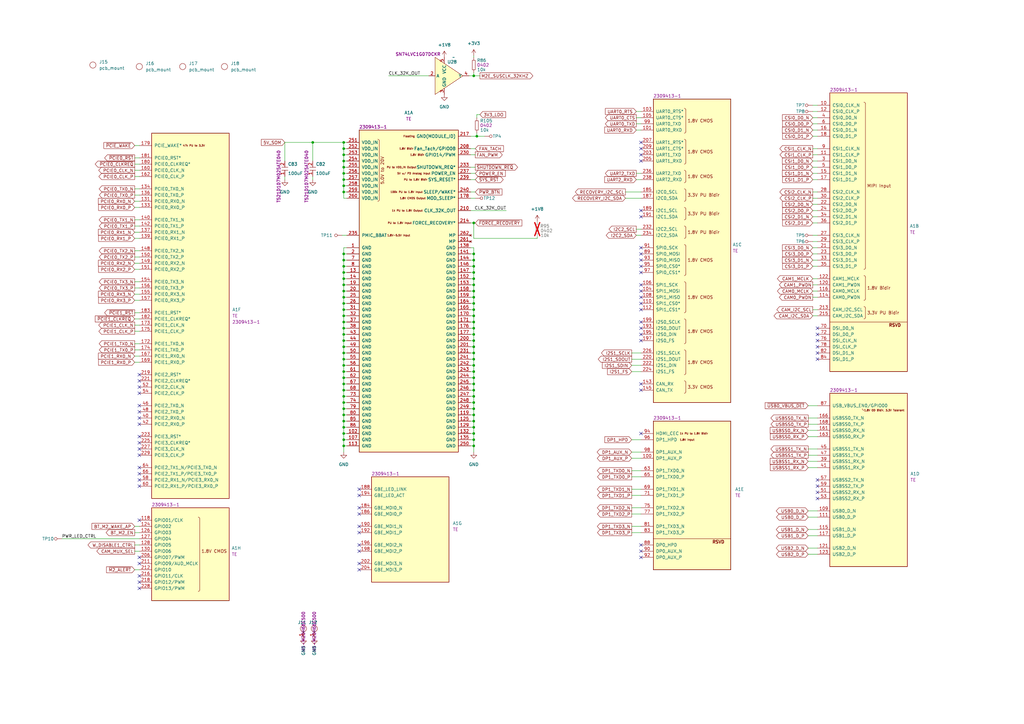
<source format=kicad_sch>
(kicad_sch (version 20230121) (generator eeschema)
  (paper "A3")
  (junction (at 128.27 58.42))
  (junction (at 194.31 109.22))
  (junction (at 140.97 63.5))
  (junction (at 194.31 147.32))
  (junction (at 194.31 170.18))
  (junction (at 140.97 109.22))
  (junction (at 140.97 154.94))
  (junction (at 140.97 152.4))
  (junction (at 194.31 132.08))
  (junction (at 140.97 68.58))
  (junction (at 140.97 177.8))
  (junction (at 140.97 172.72))
  (junction (at 194.31 127))
  (junction (at 140.97 104.14))
  (junction (at 140.97 182.88))
  (junction (at 194.31 149.86))
  (junction (at 140.97 149.86))
  (junction (at 140.97 121.92))
  (junction (at 195.58 55.88))
  (junction (at 140.97 170.18))
  (junction (at 140.97 78.74))
  (junction (at 194.31 165.1))
  (junction (at 140.97 160.02))
  (junction (at 194.31 142.24))
  (junction (at 140.97 165.1))
  (junction (at 140.97 147.32))
  (junction (at 140.97 124.46))
  (junction (at 194.31 104.14))
  (junction (at 140.97 157.48))
  (junction (at 194.31 139.7))
  (junction (at 140.97 162.56))
  (junction (at 140.97 114.3))
  (junction (at 194.31 152.4))
  (junction (at 194.31 157.48))
  (junction (at 194.31 160.02))
  (junction (at 140.97 106.68))
  (junction (at 140.97 139.7))
  (junction (at 140.97 60.96))
  (junction (at 194.31 106.68))
  (junction (at 140.97 127))
  (junction (at 194.31 137.16))
  (junction (at 194.31 114.3))
  (junction (at 194.31 182.88))
  (junction (at 194.31 124.46))
  (junction (at 194.31 119.38))
  (junction (at 140.97 76.2))
  (junction (at 140.97 111.76))
  (junction (at 194.31 91.44))
  (junction (at 194.31 154.94))
  (junction (at 194.31 31.115))
  (junction (at 140.97 142.24))
  (junction (at 140.97 66.04))
  (junction (at 194.31 144.78))
  (junction (at 194.31 134.62))
  (junction (at 140.97 58.42))
  (junction (at 140.97 132.08))
  (junction (at 140.97 144.78))
  (junction (at 140.97 119.38))
  (junction (at 140.97 137.16))
  (junction (at 194.31 167.64))
  (junction (at 194.31 177.8))
  (junction (at 140.97 116.84))
  (junction (at 140.97 167.64))
  (junction (at 140.97 73.66))
  (junction (at 140.97 134.62))
  (junction (at 140.97 129.54))
  (junction (at 194.31 111.76))
  (junction (at 140.97 180.34))
  (junction (at 194.31 180.34))
  (junction (at 194.31 116.84))
  (junction (at 194.31 121.92))
  (junction (at 194.31 175.26))
  (junction (at 140.97 71.12))
  (junction (at 194.31 172.72))
  (junction (at 194.31 162.56))
  (junction (at 194.31 129.54))
  (junction (at 140.97 175.26))
  (no_connect (at 57.15 194.31))
  (no_connect (at 262.89 60.96))
  (no_connect (at 57.15 228.6))
  (no_connect (at 57.15 153.67))
  (no_connect (at 335.28 147.32))
  (no_connect (at 57.15 156.21))
  (no_connect (at 262.89 109.22))
  (no_connect (at 57.15 166.37))
  (no_connect (at 262.89 134.62))
  (no_connect (at 57.15 186.69))
  (no_connect (at 57.15 171.45))
  (no_connect (at 262.89 86.36))
  (no_connect (at 57.15 161.29))
  (no_connect (at 335.28 142.24))
  (no_connect (at 147.32 218.44))
  (no_connect (at 262.89 119.38))
  (no_connect (at 335.28 199.39))
  (no_connect (at 262.89 160.02))
  (no_connect (at 335.28 196.85))
  (no_connect (at 57.15 213.36))
  (no_connect (at 147.32 233.68))
  (no_connect (at 57.15 191.77))
  (no_connect (at 262.89 58.42))
  (no_connect (at 57.15 241.3))
  (no_connect (at 57.15 231.14))
  (no_connect (at 147.32 223.52))
  (no_connect (at 57.15 173.99))
  (no_connect (at 335.28 204.47))
  (no_connect (at 335.28 134.62))
  (no_connect (at 147.32 203.2))
  (no_connect (at 262.89 101.6))
  (no_connect (at 57.15 179.07))
  (no_connect (at 147.32 226.06))
  (no_connect (at 147.32 215.9))
  (no_connect (at 57.15 199.39))
  (no_connect (at 147.32 210.82))
  (no_connect (at 262.89 177.8))
  (no_connect (at 262.89 121.92))
  (no_connect (at 262.89 124.46))
  (no_connect (at 147.32 231.14))
  (no_connect (at 262.89 127))
  (no_connect (at 57.15 236.22))
  (no_connect (at 147.32 208.28))
  (no_connect (at 57.15 196.85))
  (no_connect (at 57.15 238.76))
  (no_connect (at 262.89 132.08))
  (no_connect (at 57.15 184.15))
  (no_connect (at 57.15 181.61))
  (no_connect (at 335.28 139.7))
  (no_connect (at 262.89 139.7))
  (no_connect (at 262.89 88.9))
  (no_connect (at 147.32 200.66))
  (no_connect (at 262.89 157.48))
  (no_connect (at 57.15 158.75))
  (no_connect (at 262.89 116.84))
  (no_connect (at 262.89 228.6))
  (no_connect (at 262.89 226.06))
  (no_connect (at 335.28 137.16))
  (no_connect (at 262.89 66.04))
  (no_connect (at 262.89 137.16))
  (no_connect (at 335.28 201.93))
  (no_connect (at 262.89 111.76))
  (no_connect (at 262.89 223.52))
  (no_connect (at 262.89 106.68))
  (no_connect (at 57.15 168.91))
  (no_connect (at 262.89 104.14))
  (no_connect (at 262.89 63.5))
  (no_connect (at 335.28 144.78))
  (wire (pts (xy 193.04 180.34) (xy 194.31 180.34)))
  (wire (pts (xy 140.97 71.12) (xy 142.24 71.12)))
  (wire (pts (xy 140.97 165.1) (xy 140.97 167.64)))
  (wire (pts (xy 331.47 189.23) (xy 335.28 189.23)))
  (wire (pts (xy 193.04 182.88) (xy 194.31 182.88)))
  (wire (pts (xy 260.985 71.12) (xy 262.89 71.12)))
  (wire (pts (xy 194.31 109.22) (xy 193.04 109.22)))
  (wire (pts (xy 116.84 72.39) (xy 116.84 73.66)))
  (wire (pts (xy 142.24 139.7) (xy 140.97 139.7)))
  (wire (pts (xy 194.31 149.86) (xy 193.04 149.86)))
  (wire (pts (xy 55.245 146.05) (xy 57.15 146.05)))
  (wire (pts (xy 140.97 124.46) (xy 142.24 124.46)))
  (wire (pts (xy 194.31 177.8) (xy 194.31 175.26)))
  (wire (pts (xy 195.58 54.61) (xy 195.58 55.88)))
  (wire (pts (xy 128.27 58.42) (xy 128.27 66.04)))
  (wire (pts (xy 140.97 109.22) (xy 140.97 111.76)))
  (wire (pts (xy 194.31 170.18) (xy 194.31 172.72)))
  (wire (pts (xy 142.24 81.28) (xy 140.97 81.28)))
  (wire (pts (xy 55.245 123.19) (xy 57.15 123.19)))
  (wire (pts (xy 194.31 134.62) (xy 193.04 134.62)))
  (wire (pts (xy 333.375 121.92) (xy 335.28 121.92)))
  (wire (pts (xy 140.97 149.86) (xy 142.24 149.86)))
  (wire (pts (xy 142.24 147.32) (xy 140.97 147.32)))
  (wire (pts (xy 331.47 212.09) (xy 335.28 212.09)))
  (wire (pts (xy 55.245 92.71) (xy 57.15 92.71)))
  (wire (pts (xy 260.985 53.34) (xy 262.89 53.34)))
  (wire (pts (xy 140.97 139.7) (xy 140.97 142.24)))
  (wire (pts (xy 193.04 91.44) (xy 194.31 91.44)))
  (wire (pts (xy 194.31 182.88) (xy 194.31 180.34)))
  (wire (pts (xy 55.245 85.09) (xy 57.15 85.09)))
  (wire (pts (xy 140.97 124.46) (xy 140.97 127)))
  (wire (pts (xy 259.08 185.42) (xy 262.89 185.42)))
  (wire (pts (xy 194.31 119.38) (xy 194.31 121.92)))
  (wire (pts (xy 194.31 116.84) (xy 194.31 114.3)))
  (wire (pts (xy 142.24 76.2) (xy 140.97 76.2)))
  (wire (pts (xy 195.58 46.99) (xy 196.85 46.99)))
  (wire (pts (xy 259.08 215.9) (xy 262.89 215.9)))
  (wire (pts (xy 140.97 182.88) (xy 140.97 185.42)))
  (wire (pts (xy 193.04 142.24) (xy 194.31 142.24)))
  (wire (pts (xy 194.31 22.86) (xy 194.31 23.495)))
  (wire (pts (xy 142.24 157.48) (xy 140.97 157.48)))
  (wire (pts (xy 260.985 45.72) (xy 262.89 45.72)))
  (wire (pts (xy 194.31 97.79) (xy 220.345 97.79)))
  (wire (pts (xy 142.24 172.72) (xy 140.97 172.72)))
  (wire (pts (xy 55.245 120.65) (xy 57.15 120.65)))
  (wire (pts (xy 194.31 165.1) (xy 194.31 167.64)))
  (wire (pts (xy 194.31 109.22) (xy 194.31 111.76)))
  (wire (pts (xy 194.31 101.6) (xy 194.31 104.14)))
  (wire (pts (xy 194.31 152.4) (xy 194.31 154.94)))
  (wire (pts (xy 140.97 101.6) (xy 140.97 104.14)))
  (wire (pts (xy 194.945 81.28) (xy 193.04 81.28)))
  (wire (pts (xy 142.24 73.66) (xy 140.97 73.66)))
  (wire (pts (xy 194.31 180.34) (xy 194.31 177.8)))
  (wire (pts (xy 193.04 73.66) (xy 194.945 73.66)))
  (wire (pts (xy 194.31 124.46) (xy 193.04 124.46)))
  (wire (pts (xy 55.245 233.68) (xy 57.15 233.68)))
  (wire (pts (xy 140.97 66.04) (xy 140.97 63.5)))
  (wire (pts (xy 140.97 73.66) (xy 140.97 76.2)))
  (wire (pts (xy 194.31 154.94) (xy 193.04 154.94)))
  (wire (pts (xy 194.31 91.44) (xy 194.945 91.44)))
  (wire (pts (xy 194.31 182.88) (xy 194.31 185.42)))
  (wire (pts (xy 259.08 210.82) (xy 262.89 210.82)))
  (wire (pts (xy 140.97 111.76) (xy 140.97 114.3)))
  (wire (pts (xy 259.08 180.34) (xy 262.89 180.34)))
  (wire (pts (xy 140.97 63.5) (xy 142.24 63.5)))
  (wire (pts (xy 140.97 104.14) (xy 140.97 106.68)))
  (wire (pts (xy 333.375 73.66) (xy 335.28 73.66)))
  (wire (pts (xy 140.97 144.78) (xy 140.97 147.32)))
  (wire (pts (xy 333.375 71.12) (xy 335.28 71.12)))
  (wire (pts (xy 333.375 88.9) (xy 335.28 88.9)))
  (wire (pts (xy 194.31 29.845) (xy 194.31 31.115)))
  (wire (pts (xy 193.04 162.56) (xy 194.31 162.56)))
  (wire (pts (xy 140.97 157.48) (xy 140.97 154.94)))
  (wire (pts (xy 55.245 82.55) (xy 57.15 82.55)))
  (wire (pts (xy 140.97 132.08) (xy 140.97 134.62)))
  (wire (pts (xy 25.4 220.98) (xy 57.15 220.98)))
  (wire (pts (xy 193.04 160.02) (xy 194.31 160.02)))
  (wire (pts (xy 331.47 191.77) (xy 335.28 191.77)))
  (wire (pts (xy 333.375 45.72) (xy 335.28 45.72)))
  (wire (pts (xy 140.97 109.22) (xy 142.24 109.22)))
  (wire (pts (xy 55.245 72.39) (xy 57.15 72.39)))
  (wire (pts (xy 259.08 152.4) (xy 262.89 152.4)))
  (wire (pts (xy 55.245 95.25) (xy 57.15 95.25)))
  (wire (pts (xy 55.245 215.9) (xy 57.15 215.9)))
  (wire (pts (xy 140.97 167.64) (xy 140.97 170.18)))
  (wire (pts (xy 140.97 68.58) (xy 140.97 71.12)))
  (wire (pts (xy 194.31 149.86) (xy 194.31 152.4)))
  (wire (pts (xy 193.04 139.7) (xy 194.31 139.7)))
  (wire (pts (xy 140.97 152.4) (xy 140.97 154.94)))
  (wire (pts (xy 140.97 121.92) (xy 140.97 124.46)))
  (wire (pts (xy 193.04 101.6) (xy 194.31 101.6)))
  (wire (pts (xy 193.04 152.4) (xy 194.31 152.4)))
  (wire (pts (xy 142.24 160.02) (xy 140.97 160.02)))
  (wire (pts (xy 194.31 147.32) (xy 194.31 149.86)))
  (wire (pts (xy 175.895 31.115) (xy 159.385 31.115)))
  (wire (pts (xy 55.245 140.97) (xy 57.15 140.97)))
  (wire (pts (xy 140.97 58.42) (xy 142.24 58.42)))
  (wire (pts (xy 140.97 73.66) (xy 140.97 71.12)))
  (wire (pts (xy 195.58 55.88) (xy 198.755 55.88)))
  (wire (pts (xy 55.245 223.52) (xy 57.15 223.52)))
  (wire (pts (xy 333.375 66.04) (xy 335.28 66.04)))
  (wire (pts (xy 194.31 119.38) (xy 194.31 116.84)))
  (wire (pts (xy 194.31 104.14) (xy 193.04 104.14)))
  (wire (pts (xy 333.375 53.34) (xy 335.28 53.34)))
  (wire (pts (xy 128.27 58.42) (xy 140.97 58.42)))
  (wire (pts (xy 140.97 127) (xy 140.97 129.54)))
  (wire (pts (xy 140.97 134.62) (xy 142.24 134.62)))
  (wire (pts (xy 331.47 171.45) (xy 335.28 171.45)))
  (wire (pts (xy 142.24 142.24) (xy 140.97 142.24)))
  (wire (pts (xy 333.375 119.38) (xy 335.28 119.38)))
  (wire (pts (xy 193.04 172.72) (xy 194.31 172.72)))
  (wire (pts (xy 193.04 111.76) (xy 194.31 111.76)))
  (wire (pts (xy 193.04 177.8) (xy 194.31 177.8)))
  (wire (pts (xy 55.245 69.85) (xy 57.15 69.85)))
  (wire (pts (xy 55.245 80.01) (xy 57.15 80.01)))
  (wire (pts (xy 142.24 111.76) (xy 140.97 111.76)))
  (wire (pts (xy 333.375 68.58) (xy 335.28 68.58)))
  (wire (pts (xy 333.375 43.18) (xy 335.28 43.18)))
  (wire (pts (xy 55.245 118.11) (xy 57.15 118.11)))
  (wire (pts (xy 333.375 83.82) (xy 335.28 83.82)))
  (wire (pts (xy 333.375 86.36) (xy 335.28 86.36)))
  (wire (pts (xy 194.31 31.115) (xy 196.85 31.115)))
  (wire (pts (xy 331.47 224.79) (xy 335.28 224.79)))
  (wire (pts (xy 55.245 148.59) (xy 57.15 148.59)))
  (wire (pts (xy 142.24 180.34) (xy 140.97 180.34)))
  (wire (pts (xy 194.31 165.1) (xy 193.04 165.1)))
  (wire (pts (xy 140.97 160.02) (xy 140.97 162.56)))
  (wire (pts (xy 116.84 66.04) (xy 116.84 58.42)))
  (wire (pts (xy 55.245 130.81) (xy 57.15 130.81)))
  (wire (pts (xy 194.31 139.7) (xy 194.31 137.16)))
  (wire (pts (xy 140.97 137.16) (xy 140.97 134.62)))
  (wire (pts (xy 194.31 124.46) (xy 194.31 127)))
  (wire (pts (xy 194.31 144.78) (xy 193.04 144.78)))
  (wire (pts (xy 142.24 66.04) (xy 140.97 66.04)))
  (wire (pts (xy 331.47 179.07) (xy 335.28 179.07)))
  (wire (pts (xy 55.245 135.89) (xy 57.15 135.89)))
  (wire (pts (xy 142.24 167.64) (xy 140.97 167.64)))
  (wire (pts (xy 140.97 172.72) (xy 140.97 175.26)))
  (wire (pts (xy 128.27 73.66) (xy 128.27 72.39)))
  (wire (pts (xy 260.985 48.26) (xy 262.89 48.26)))
  (wire (pts (xy 259.08 144.78) (xy 262.89 144.78)))
  (wire (pts (xy 193.04 71.12) (xy 194.945 71.12)))
  (wire (pts (xy 140.97 175.26) (xy 142.24 175.26)))
  (wire (pts (xy 333.375 91.44) (xy 335.28 91.44)))
  (wire (pts (xy 194.31 104.14) (xy 194.31 106.68)))
  (wire (pts (xy 194.31 106.68) (xy 194.31 109.22)))
  (wire (pts (xy 195.58 48.26) (xy 195.58 46.99)))
  (wire (pts (xy 140.97 129.54) (xy 140.97 132.08)))
  (wire (pts (xy 194.31 144.78) (xy 194.31 147.32)))
  (wire (pts (xy 140.335 96.52) (xy 142.24 96.52)))
  (wire (pts (xy 142.24 137.16) (xy 140.97 137.16)))
  (wire (pts (xy 55.245 218.44) (xy 57.15 218.44)))
  (wire (pts (xy 259.08 200.66) (xy 262.89 200.66)))
  (wire (pts (xy 140.97 182.88) (xy 140.97 180.34)))
  (wire (pts (xy 333.375 48.26) (xy 335.28 48.26)))
  (wire (pts (xy 333.375 106.68) (xy 335.28 106.68)))
  (wire (pts (xy 55.245 128.27) (xy 57.15 128.27)))
  (wire (pts (xy 140.97 144.78) (xy 142.24 144.78)))
  (wire (pts (xy 193.04 137.16) (xy 194.31 137.16)))
  (wire (pts (xy 193.04 132.08) (xy 194.31 132.08)))
  (wire (pts (xy 260.985 96.52) (xy 262.89 96.52)))
  (wire (pts (xy 220.345 97.79) (xy 220.345 97.155)))
  (wire (pts (xy 140.97 104.14) (xy 142.24 104.14)))
  (wire (pts (xy 194.31 157.48) (xy 194.31 154.94)))
  (wire (pts (xy 333.375 55.88) (xy 335.28 55.88)))
  (wire (pts (xy 194.31 160.02) (xy 194.31 162.56)))
  (wire (pts (xy 193.04 116.84) (xy 194.31 116.84)))
  (wire (pts (xy 331.47 176.53) (xy 335.28 176.53)))
  (wire (pts (xy 140.97 180.34) (xy 140.97 177.8)))
  (wire (pts (xy 260.985 93.98) (xy 262.89 93.98)))
  (wire (pts (xy 55.245 143.51) (xy 57.15 143.51)))
  (wire (pts (xy 55.245 115.57) (xy 57.15 115.57)))
  (wire (pts (xy 194.31 175.26) (xy 193.04 175.26)))
  (wire (pts (xy 333.375 116.84) (xy 335.28 116.84)))
  (wire (pts (xy 142.24 121.92) (xy 140.97 121.92)))
  (wire (pts (xy 55.245 64.77) (xy 57.15 64.77)))
  (wire (pts (xy 194.31 127) (xy 194.31 129.54)))
  (wire (pts (xy 333.375 114.3) (xy 335.28 114.3)))
  (wire (pts (xy 140.97 106.68) (xy 140.97 109.22)))
  (wire (pts (xy 55.245 226.06) (xy 57.15 226.06)))
  (wire (pts (xy 140.97 78.74) (xy 142.24 78.74)))
  (wire (pts (xy 140.97 81.28) (xy 140.97 78.74)))
  (wire (pts (xy 333.375 109.22) (xy 335.28 109.22)))
  (wire (pts (xy 194.31 172.72) (xy 194.31 175.26)))
  (wire (pts (xy 194.31 132.08) (xy 194.31 134.62)))
  (wire (pts (xy 140.97 147.32) (xy 140.97 149.86)))
  (wire (pts (xy 194.31 114.3) (xy 193.04 114.3)))
  (wire (pts (xy 140.97 129.54) (xy 142.24 129.54)))
  (wire (pts (xy 194.31 167.64) (xy 194.31 170.18)))
  (wire (pts (xy 193.04 78.74) (xy 194.945 78.74)))
  (wire (pts (xy 193.04 55.88) (xy 195.58 55.88)))
  (wire (pts (xy 140.97 76.2) (xy 140.97 78.74)))
  (wire (pts (xy 140.97 60.96) (xy 140.97 63.5)))
  (wire (pts (xy 194.31 129.54) (xy 193.04 129.54)))
  (wire (pts (xy 55.245 90.17) (xy 57.15 90.17)))
  (wire (pts (xy 193.04 121.92) (xy 194.31 121.92)))
  (wire (pts (xy 194.31 137.16) (xy 194.31 134.62)))
  (wire (pts (xy 331.47 184.15) (xy 335.28 184.15)))
  (wire (pts (xy 333.375 99.06) (xy 335.28 99.06)))
  (wire (pts (xy 194.31 170.18) (xy 193.04 170.18)))
  (wire (pts (xy 142.24 60.96) (xy 140.97 60.96)))
  (wire (pts (xy 140.97 119.38) (xy 140.97 121.92)))
  (wire (pts (xy 194.31 111.76) (xy 194.31 114.3)))
  (wire (pts (xy 260.985 73.66) (xy 262.89 73.66)))
  (wire (pts (xy 140.97 142.24) (xy 140.97 144.78)))
  (wire (pts (xy 193.04 147.32) (xy 194.31 147.32)))
  (wire (pts (xy 331.47 186.69) (xy 335.28 186.69)))
  (wire (pts (xy 116.84 58.42) (xy 128.27 58.42)))
  (wire (pts (xy 55.245 102.87) (xy 57.15 102.87)))
  (wire (pts (xy 260.985 50.8) (xy 262.89 50.8)))
  (wire (pts (xy 194.31 121.92) (xy 194.31 124.46)))
  (wire (pts (xy 55.245 77.47) (xy 57.15 77.47)))
  (wire (pts (xy 142.24 116.84) (xy 140.97 116.84)))
  (wire (pts (xy 142.24 119.38) (xy 140.97 119.38)))
  (wire (pts (xy 140.97 58.42) (xy 140.97 60.96)))
  (wire (pts (xy 140.97 165.1) (xy 142.24 165.1)))
  (wire (pts (xy 333.375 60.96) (xy 335.28 60.96)))
  (wire (pts (xy 256.54 81.28) (xy 262.89 81.28)))
  (wire (pts (xy 259.08 218.44) (xy 262.89 218.44)))
  (wire (pts (xy 259.08 195.58) (xy 262.89 195.58)))
  (wire (pts (xy 333.375 96.52) (xy 335.28 96.52)))
  (wire (pts (xy 193.04 68.58) (xy 194.945 68.58)))
  (wire (pts (xy 193.04 119.38) (xy 194.31 119.38)))
  (wire (pts (xy 193.04 127) (xy 194.31 127)))
  (wire (pts (xy 140.97 170.18) (xy 142.24 170.18)))
  (wire (pts (xy 140.97 149.86) (xy 140.97 152.4)))
  (wire (pts (xy 333.375 101.6) (xy 335.28 101.6)))
  (wire (pts (xy 142.24 177.8) (xy 140.97 177.8)))
  (wire (pts (xy 140.97 177.8) (xy 140.97 175.26)))
  (wire (pts (xy 194.31 162.56) (xy 194.31 165.1)))
  (wire (pts (xy 55.245 97.79) (xy 57.15 97.79)))
  (wire (pts (xy 331.47 173.99) (xy 335.28 173.99)))
  (wire (pts (xy 142.24 101.6) (xy 140.97 101.6)))
  (wire (pts (xy 331.47 219.71) (xy 335.28 219.71)))
  (wire (pts (xy 142.24 162.56) (xy 140.97 162.56)))
  (wire (pts (xy 333.375 81.28) (xy 335.28 81.28)))
  (wire (pts (xy 55.245 107.95) (xy 57.15 107.95)))
  (wire (pts (xy 333.375 127) (xy 335.28 127)))
  (wire (pts (xy 259.08 149.86) (xy 262.89 149.86)))
  (wire (pts (xy 193.04 167.64) (xy 194.31 167.64)))
  (wire (pts (xy 194.31 142.24) (xy 194.31 144.78)))
  (wire (pts (xy 333.375 50.8) (xy 335.28 50.8)))
  (wire (pts (xy 140.97 170.18) (xy 140.97 172.72)))
  (wire (pts (xy 140.97 114.3) (xy 142.24 114.3)))
  (wire (pts (xy 259.08 203.2) (xy 262.89 203.2)))
  (wire (pts (xy 55.245 59.69) (xy 57.15 59.69)))
  (wire (pts (xy 55.245 133.35) (xy 57.15 133.35)))
  (wire (pts (xy 55.245 105.41) (xy 57.15 105.41)))
  (wire (pts (xy 333.375 78.74) (xy 335.28 78.74)))
  (wire (pts (xy 142.24 182.88) (xy 140.97 182.88)))
  (wire (pts (xy 55.245 67.31) (xy 57.15 67.31)))
  (wire (pts (xy 193.04 60.96) (xy 194.945 60.96)))
  (wire (pts (xy 194.31 139.7) (xy 194.31 142.24)))
  (wire (pts (xy 256.54 78.74) (xy 262.89 78.74)))
  (wire (pts (xy 142.24 132.08) (xy 140.97 132.08)))
  (wire (pts (xy 193.04 86.36) (xy 207.645 86.36)))
  (wire (pts (xy 193.04 63.5) (xy 194.945 63.5)))
  (wire (pts (xy 140.97 119.38) (xy 140.97 116.84)))
  (wire (pts (xy 142.24 127) (xy 140.97 127)))
  (wire (pts (xy 331.47 217.17) (xy 335.28 217.17)))
  (wire (pts (xy 259.08 187.96) (xy 262.89 187.96)))
  (wire (pts (xy 142.24 106.68) (xy 140.97 106.68)))
  (wire (pts (xy 140.97 162.56) (xy 140.97 165.1)))
  (wire (pts (xy 259.08 193.04) (xy 262.89 193.04)))
  (wire (pts (xy 140.97 116.84) (xy 140.97 114.3)))
  (wire (pts (xy 142.24 68.58) (xy 140.97 68.58)))
  (wire (pts (xy 193.04 157.48) (xy 194.31 157.48)))
  (wire (pts (xy 259.08 147.32) (xy 262.89 147.32)))
  (wire (pts (xy 194.31 129.54) (xy 194.31 132.08)))
  (wire (pts (xy 140.97 66.04) (xy 140.97 68.58)))
  (wire (pts (xy 331.47 227.33) (xy 335.28 227.33)))
  (wire (pts (xy 331.47 209.55) (xy 335.28 209.55)))
  (wire (pts (xy 333.375 129.54) (xy 335.28 129.54)))
  (wire (pts (xy 193.04 106.68) (xy 194.31 106.68)))
  (wire (pts (xy 192.405 31.115) (xy 194.31 31.115)))
  (wire (pts (xy 194.31 160.02) (xy 194.31 157.48)))
  (wire (pts (xy 194.31 91.44) (xy 194.31 97.79)))
  (wire (pts (xy 55.245 110.49) (xy 57.15 110.49)))
  (wire (pts (xy 140.97 139.7) (xy 140.97 137.16)))
  (wire (pts (xy 140.97 154.94) (xy 142.24 154.94)))
  (wire (pts (xy 140.97 160.02) (xy 140.97 157.48)))
  (wire (pts (xy 142.24 152.4) (xy 140.97 152.4)))
  (wire (pts (xy 259.08 208.28) (xy 262.89 208.28)))
  (wire (pts (xy 333.375 104.14) (xy 335.28 104.14)))
  (wire (pts (xy 333.375 63.5) (xy 335.28 63.5)))
  (wire (pts (xy 331.47 166.37) (xy 335.28 166.37)))
  (label "CLK_32K_OUT" (at 159.385 31.115 0))
  (label "PWR_LED_CTRL" (at 25.4 220.98 0))
  (label "CLK_32K_OUT" (at 207.645 86.36 180))
  (global_label "PCIE0_TX1_P" (shape output) (at 55.245 92.71 180) (property "Intersheetrefs" "${INTERSHEET_REFS}" (at 40.1647 92.71 0) (effects (justify right))))
  (global_label "CSI2_D1_N" (shape input) (at 333.375 88.9 180) (property "Intersheetrefs" "${INTERSHEET_REFS}" (at 320.3508 88.9 0) (effects (justify right))))
  (global_label "USB2_D_P" (shape bidirectional) (at 331.47 227.33 180) (property "Intersheetrefs" "${INTERSHEET_REFS}" (at 317.8788 227.33 0) (effects (justify right))))
  (global_label "I2S1_FS" (shape input) (at 259.08 152.4 180) (property "Intersheetrefs" "${INTERSHEET_REFS}" (at 248.5958 152.4 0) (effects (justify right))))
  (global_label "~{SHUTDOWN_REQ}" (shape output) (at 194.945 68.58 0) (property "Intersheetrefs" "${INTERSHEET_REFS}" (at 212.8678 68.58 0) (effects (justify left))))
  (global_label "CSI0_D0_N" (shape input) (at 333.375 48.26 180) (property "Intersheetrefs" "${INTERSHEET_REFS}" (at 320.4302 48.26 0) (effects (justify right))))
  (global_label "CSI2_D0_N" (shape input) (at 333.375 83.82 180) (property "Intersheetrefs" "${INTERSHEET_REFS}" (at 320.3508 83.82 0) (effects (justify right))))
  (global_label "5V_SOM" (shape input) (at 116.84 58.42 180) (property "Intersheetrefs" "${INTERSHEET_REFS}" (at 106.5977 58.42 0) (effects (justify right))))
  (global_label "USB0_D_P" (shape bidirectional) (at 331.47 212.09 180) (property "Intersheetrefs" "${INTERSHEET_REFS}" (at 317.8788 212.09 0) (effects (justify right))))
  (global_label "I2S1_SDIN" (shape input) (at 259.08 149.86 180) (property "Intersheetrefs" "${INTERSHEET_REFS}" (at 246.4791 149.86 0) (effects (justify right))))
  (global_label "I2C2_SDA" (shape bidirectional) (at 260.985 96.52 180) (property "Intersheetrefs" "${INTERSHEET_REFS}" (at 248.059 96.52 0) (effects (justify right))))
  (global_label "USBSS1_TX_N" (shape output) (at 331.47 184.15 180) (property "Intersheetrefs" "${INTERSHEET_REFS}" (at 315.6035 184.15 0) (effects (justify right))))
  (global_label "CSI1_D0_N" (shape input) (at 333.375 66.04 180) (property "Intersheetrefs" "${INTERSHEET_REFS}" (at 320.3508 66.04 0) (effects (justify right))))
  (global_label "USB1_D_P" (shape bidirectional) (at 331.47 219.71 180) (property "Intersheetrefs" "${INTERSHEET_REFS}" (at 317.8788 219.71 0) (effects (justify right))))
  (global_label "RECOVERY_I2C_SDA" (shape bidirectional) (at 256.54 81.28 180) (property "Intersheetrefs" "${INTERSHEET_REFS}" (at 234.2402 81.28 0) (effects (justify right))))
  (global_label "PCIE0_RX0_N" (shape input) (at 55.245 82.55 180) (property "Intersheetrefs" "${INTERSHEET_REFS}" (at 39.8018 82.55 0) (effects (justify right))))
  (global_label "UART0_RXD" (shape input) (at 260.985 53.34 180) (property "Intersheetrefs" "${INTERSHEET_REFS}" (at 247.4165 53.34 0) (effects (justify right))))
  (global_label "CSI1_CLK_N" (shape output) (at 333.375 60.96 180) (property "Intersheetrefs" "${INTERSHEET_REFS}" (at 319.2622 60.96 0) (effects (justify right))))
  (global_label "CSI3_D1_N" (shape input) (at 333.375 106.68 180) (property "Intersheetrefs" "${INTERSHEET_REFS}" (at 320.3508 106.68 0) (effects (justify right))))
  (global_label "CSI1_D0_P" (shape input) (at 333.375 68.58 180) (property "Intersheetrefs" "${INTERSHEET_REFS}" (at 320.4113 68.58 0) (effects (justify right))))
  (global_label "CSI2_CLK_N" (shape output) (at 333.375 78.74 180) (property "Intersheetrefs" "${INTERSHEET_REFS}" (at 319.2622 78.74 0) (effects (justify right))))
  (global_label "PCIE0_TX2_P" (shape output) (at 55.245 105.41 180) (property "Intersheetrefs" "${INTERSHEET_REFS}" (at 40.1647 105.41 0) (effects (justify right))))
  (global_label "DP1_AUX_N" (shape bidirectional) (at 259.08 185.42 180) (property "Intersheetrefs" "${INTERSHEET_REFS}" (at 244.3397 185.42 0) (effects (justify right))))
  (global_label "~{FORCE_RECOVERY}" (shape input) (at 194.945 91.44 0) (property "Intersheetrefs" "${INTERSHEET_REFS}" (at 214.6216 91.44 0) (effects (justify left))))
  (global_label "UART2_TXD" (shape output) (at 260.985 71.12 180) (property "Intersheetrefs" "${INTERSHEET_REFS}" (at 247.7189 71.12 0) (effects (justify right))))
  (global_label "PCIE0_RX1_N" (shape input) (at 55.245 95.25 180) (property "Intersheetrefs" "${INTERSHEET_REFS}" (at 39.8018 95.25 0) (effects (justify right))))
  (global_label "CAM_I2C_SDA" (shape bidirectional) (at 333.375 129.54 180) (property "Intersheetrefs" "${INTERSHEET_REFS}" (at 316.8809 129.54 0) (effects (justify right))))
  (global_label "PCIE1_CLK_P" (shape output) (at 55.245 135.89 180) (property "Intersheetrefs" "${INTERSHEET_REFS}" (at 39.9832 135.89 0) (effects (justify right))))
  (global_label "USBSS1_TX_P" (shape output) (at 331.47 186.69 180) (property "Intersheetrefs" "${INTERSHEET_REFS}" (at 315.664 186.69 0) (effects (justify right))))
  (global_label "PCIE0_CLK_N" (shape output) (at 55.245 69.85 180) (property "Intersheetrefs" "${INTERSHEET_REFS}" (at 39.9227 69.85 0) (effects (justify right))))
  (global_label "CSI3_D1_P" (shape input) (at 333.375 109.22 180) (property "Intersheetrefs" "${INTERSHEET_REFS}" (at 320.4113 109.22 0) (effects (justify right))))
  (global_label "DP1_TXD0_P" (shape output) (at 259.08 195.58 180) (property "Intersheetrefs" "${INTERSHEET_REFS}" (at 244.4835 195.58 0) (effects (justify right))))
  (global_label "FAN_PWM" (shape output) (at 194.945 63.5 0) (property "Intersheetrefs" "${INTERSHEET_REFS}" (at 206.5783 63.5 0) (effects (justify left))))
  (global_label "~{M2_ALERT}" (shape input) (at 55.245 233.68 180) (property "Intersheetrefs" "${INTERSHEET_REFS}" (at 43.128 233.68 0) (effects (justify right))))
  (global_label "DP1_TXD1_N" (shape output) (at 259.08 200.66 180) (property "Intersheetrefs" "${INTERSHEET_REFS}" (at 244.423 200.66 0) (effects (justify right))))
  (global_label "CSI3_D0_N" (shape input) (at 333.375 101.6 180) (property "Intersheetrefs" "${INTERSHEET_REFS}" (at 320.3508 101.6 0) (effects (justify right))))
  (global_label "DP1_TXD3_N" (shape output) (at 259.08 215.9 180) (property "Intersheetrefs" "${INTERSHEET_REFS}" (at 244.423 215.9 0) (effects (justify right))))
  (global_label "PCIE0_RX3_P" (shape input) (at 55.245 123.19 180) (property "Intersheetrefs" "${INTERSHEET_REFS}" (at 39.8623 123.19 0) (effects (justify right))))
  (global_label "USBSS0_RX_P" (shape input) (at 331.47 179.07 180) (property "Intersheetrefs" "${INTERSHEET_REFS}" (at 315.3616 179.07 0) (effects (justify right))))
  (global_label "UART2_RXD" (shape input) (at 260.985 73.66 180) (property "Intersheetrefs" "${INTERSHEET_REFS}" (at 247.4165 73.66 0) (effects (justify right))))
  (global_label "CSI0_D1_N" (shape input) (at 333.375 53.34 180) (property "Intersheetrefs" "${INTERSHEET_REFS}" (at 320.4302 53.34 0) (effects (justify right))))
  (global_label "~{PWR_BTN}" (shape input) (at 194.945 78.74 0) (property "Intersheetrefs" "${INTERSHEET_REFS}" (at 206.4573 78.74 0) (effects (justify left))))
  (global_label "I2S1_SDOUT" (shape output) (at 259.08 147.32 180) (property "Intersheetrefs" "${INTERSHEET_REFS}" (at 244.7858 147.32 0) (effects (justify right))))
  (global_label "PCIE0_TX3_N" (shape output) (at 55.245 115.57 180) (property "Intersheetrefs" "${INTERSHEET_REFS}" (at 40.1042 115.57 0) (effects (justify right))))
  (global_label "CAM_I2C_SCL" (shape output) (at 333.375 127 180) (property "Intersheetrefs" "${INTERSHEET_REFS}" (at 318.0527 127 0) (effects (justify right))))
  (global_label "DP1_TXD1_P" (shape output) (at 259.08 203.2 180) (property "Intersheetrefs" "${INTERSHEET_REFS}" (at 244.4835 203.2 0) (effects (justify right))))
  (global_label "CSI2_D1_P" (shape input) (at 333.375 91.44 180) (property "Intersheetrefs" "${INTERSHEET_REFS}" (at 320.4113 91.44 0) (effects (justify right))))
  (global_label "~{PCIE1_CLKREQ}" (shape input) (at 55.245 130.81 180) (property "Intersheetrefs" "${INTERSHEET_REFS}" (at 38.4713 130.81 0) (effects (justify right))))
  (global_label "I2C2_SCL" (shape output) (at 260.985 93.98 180) (property "Intersheetrefs" "${INTERSHEET_REFS}" (at 249.2308 93.98 0) (effects (justify right))))
  (global_label "PCIE0_RX3_N" (shape input) (at 55.245 120.65 180) (property "Intersheetrefs" "${INTERSHEET_REFS}" (at 39.8018 120.65 0) (effects (justify right))))
  (global_label "CSI2_CLK_P" (shape output) (at 333.375 81.28 180) (property "Intersheetrefs" "${INTERSHEET_REFS}" (at 319.3227 81.28 0) (effects (justify right))))
  (global_label "~{PCIE_WAKE}" (shape input) (at 55.245 59.69 180) (property "Intersheetrefs" "${INTERSHEET_REFS}" (at 42.0394 59.69 0) (effects (justify right))))
  (global_label "I2S1_SCLK" (shape output) (at 259.08 144.78 180) (property "Intersheetrefs" "${INTERSHEET_REFS}" (at 246.1163 144.78 0) (effects (justify right))))
  (global_label "PCIE0_TX0_P" (shape output) (at 55.245 80.01 180) (property "Intersheetrefs" "${INTERSHEET_REFS}" (at 40.1647 80.01 0) (effects (justify right))))
  (global_label "DP1_TXD2_P" (shape output) (at 259.08 210.82 180) (property "Intersheetrefs" "${INTERSHEET_REFS}" (at 244.4835 210.82 0) (effects (justify right))))
  (global_label "~{USB0_VBUS_DET}" (shape input) (at 331.47 166.37 180) (property "Intersheetrefs" "${INTERSHEET_REFS}" (at 313.2449 166.37 0) (effects (justify right))))
  (global_label "USB1_D_N" (shape bidirectional) (at 331.47 217.17 180) (property "Intersheetrefs" "${INTERSHEET_REFS}" (at 317.8183 217.17 0) (effects (justify right))))
  (global_label "~{PCIE0_RST}" (shape output) (at 55.245 64.77 180) (property "Intersheetrefs" "${INTERSHEET_REFS}" (at 42.3418 64.77 0) (effects (justify right))))
  (global_label "DP1_AUX_P" (shape bidirectional) (at 259.08 187.96 180) (property "Intersheetrefs" "${INTERSHEET_REFS}" (at 244.4002 187.96 0) (effects (justify right))))
  (global_label "CSI0_D1_P" (shape input) (at 333.375 55.88 180) (property "Intersheetrefs" "${INTERSHEET_REFS}" (at 320.4907 55.88 0) (effects (justify right))))
  (global_label "USBSS1_RX_P" (shape input) (at 331.47 191.77 180) (property "Intersheetrefs" "${INTERSHEET_REFS}" (at 315.3616 191.77 0) (effects (justify right))))
  (global_label "UART0_CTS" (shape output) (at 260.985 48.26 180) (property "Intersheetrefs" "${INTERSHEET_REFS}" (at 247.7189 48.26 0) (effects (justify right))))
  (global_label "CAM0_MCLK" (shape bidirectional) (at 333.375 119.38 180) (property "Intersheetrefs" "${INTERSHEET_REFS}" (at 318.2719 119.38 0) (effects (justify right))))
  (global_label "CSI1_D1_P" (shape input) (at 333.375 73.66 180) (property "Intersheetrefs" "${INTERSHEET_REFS}" (at 320.4113 73.66 0) (effects (justify right))))
  (global_label "~{PCIE0_CLKREQ}" (shape output) (at 55.245 67.31 180) (property "Intersheetrefs" "${INTERSHEET_REFS}" (at 38.4713 67.31 0) (effects (justify right))))
  (global_label "CSI0_D0_P" (shape input) (at 333.375 50.8 180) (property "Intersheetrefs" "${INTERSHEET_REFS}" (at 320.4907 50.8 0) (effects (justify right))))
  (global_label "PCIE1_TX0_N" (shape output) (at 55.245 140.97 180) (property "Intersheetrefs" "${INTERSHEET_REFS}" (at 40.1042 140.97 0) (effects (justify right))))
  (global_label "PCIE0_RX2_N" (shape input) (at 55.245 107.95 180) (property "Intersheetrefs" "${INTERSHEET_REFS}" (at 39.8018 107.95 0) (effects (justify right))))
  (global_label "UART0_RTS" (shape input) (at 260.985 45.72 180) (property "Intersheetrefs" "${INTERSHEET_REFS}" (at 247.7189 45.72 0) (effects (justify right))))
  (global_label "3V3_LDO" (shape input) (at 196.85 46.99 0) (property "Intersheetrefs" "${INTERSHEET_REFS}" (at 207.939 46.99 0) (effects (justify left))))
  (global_label "USB2_D_N" (shape bidirectional) (at 331.47 224.79 180) (property "Intersheetrefs" "${INTERSHEET_REFS}" (at 317.8183 224.79 0) (effects (justify right))))
  (global_label "DP1_TXD0_N" (shape output) (at 259.08 193.04 180) (property "Intersheetrefs" "${INTERSHEET_REFS}" (at 244.423 193.04 0) (effects (justify right))))
  (global_label "UART0_TXD" (shape output) (at 260.985 50.8 180) (property "Intersheetrefs" "${INTERSHEET_REFS}" (at 247.7189 50.8 0) (effects (justify right))))
  (global_label "PCIE0_CLK_P" (shape output) (at 55.245 72.39 180) (property "Intersheetrefs" "${INTERSHEET_REFS}" (at 39.9832 72.39 0) (effects (justify right))))
  (global_label "PCIE0_TX0_N" (shape output) (at 55.245 77.47 180) (property "Intersheetrefs" "${INTERSHEET_REFS}" (at 40.1042 77.47 0) (effects (justify right))))
  (global_label "PCIE0_TX1_N" (shape output) (at 55.245 90.17 180) (property "Intersheetrefs" "${INTERSHEET_REFS}" (at 40.1042 90.17 0) (effects (justify right))))
  (global_label "CAM1_MCLK" (shape bidirectional) (at 333.375 114.3 180) (property "Intersheetrefs" "${INTERSHEET_REFS}" (at 318.2719 114.3 0) (effects (justify right))))
  (global_label "USB0_D_N" (shape bidirectional) (at 331.47 209.55 180) (property "Intersheetrefs" "${INTERSHEET_REFS}" (at 317.8183 209.55 0) (effects (justify right))))
  (global_label "W_DISABLE1_CTRL" (shape output) (at 55.245 223.52 180) (property "Intersheetrefs" "${INTERSHEET_REFS}" (at 35.508 223.52 0) (effects (justify right))))
  (global_label "PCIE0_RX1_P" (shape input) (at 55.245 97.79 180) (property "Intersheetrefs" "${INTERSHEET_REFS}" (at 39.8623 97.79 0) (effects (justify right))))
  (global_label "FAN_TACH" (shape input) (at 194.945 60.96 0) (property "Intersheetrefs" "${INTERSHEET_REFS}" (at 207.0622 60.96 0) (effects (justify left))))
  (global_label "USBSS0_TX_N" (shape output) (at 331.47 171.45 180) (property "Intersheetrefs" "${INTERSHEET_REFS}" (at 315.6035 171.45 0) (effects (justify right))))
  (global_label "BT_M2_EN" (shape output) (at 55.245 218.44 180) (property "Intersheetrefs" "${INTERSHEET_REFS}" (at 42.9466 218.44 0) (effects (justify right))))
  (global_label "RECOVERY_I2C_SCL" (shape output) (at 256.54 78.74 180) (property "Intersheetrefs" "${INTERSHEET_REFS}" (at 235.412 78.74 0) (effects (justify right))))
  (global_label "PCIE0_RX0_P" (shape input) (at 55.245 85.09 180) (property "Intersheetrefs" "${INTERSHEET_REFS}" (at 39.8623 85.09 0) (effects (justify right))))
  (global_label "CSI2_D0_P" (shape input) (at 333.375 86.36 180) (property "Intersheetrefs" "${INTERSHEET_REFS}" (at 320.4113 86.36 0) (effects (justify right))))
  (global_label "POWER_EN" (shape input) (at 194.945 71.12 0) (property "Intersheetrefs" "${INTERSHEET_REFS}" (at 207.8482 71.12 0) (effects (justify left))))
  (global_label "CAM0_PWDN" (shape output) (at 333.375 121.92 180) (property "Intersheetrefs" "${INTERSHEET_REFS}" (at 319.0808 121.92 0) (effects (justify right))))
  (global_label "PCIE0_RX2_P" (shape input) (at 55.245 110.49 180) (property "Intersheetrefs" "${INTERSHEET_REFS}" (at 39.8623 110.49 0) (effects (justify right))))
  (global_label "CSI1_CLK_P" (shape output) (at 333.375 63.5 180) (property "Intersheetrefs" "${INTERSHEET_REFS}" (at 319.3227 63.5 0) (effects (justify right))))
  (global_label "PCIE1_TX0_P" (shape output) (at 55.245 143.51 180) (property "Intersheetrefs" "${INTERSHEET_REFS}" (at 40.1647 143.51 0) (effects (justify right))))
  (global_label "USBSS1_RX_N" (shape input) (at 331.47 189.23 180) (property "Intersheetrefs" "${INTERSHEET_REFS}" (at 315.3011 189.23 0) (effects (justify right))))
  (global_label "DP1_HPD" (shape input) (at 259.08 180.34 180) (property "Intersheetrefs" "${INTERSHEET_REFS}" (at 247.5072 180.34 0) (effects (justify right))))
  (global_label "CSI3_D0_P" (shape input) (at 333.375 104.14 180) (property "Intersheetrefs" "${INTERSHEET_REFS}" (at 320.4113 104.14 0) (effects (justify right))))
  (global_label "CAM1_PWDN" (shape output) (at 333.375 116.84 180) (property "Intersheetrefs" "${INTERSHEET_REFS}" (at 319.0808 116.84 0) (effects (justify right))))
  (global_label "~{PCIE1_RST}" (shape output) (at 55.245 128.27 180) (property "Intersheetrefs" "${INTERSHEET_REFS}" (at 42.3418 128.27 0) (effects (justify right))))
  (global_label "USBSS0_TX_P" (shape output) (at 331.47 173.99 180) (property "Intersheetrefs" "${INTERSHEET_REFS}" (at 315.664 173.99 0) (effects (justify right))))
  (global_label "DP1_TXD2_N" (shape output) (at 259.08 208.28 180) (property "Intersheetrefs" "${INTERSHEET_REFS}" (at 244.423 208.28 0) (effects (justify right))))
  (global_label "PCIE1_RX0_N" (shape input) (at 55.245 146.05 180) (property "Intersheetrefs" "${INTERSHEET_REFS}" (at 39.8018 146.05 0) (effects (justify right))))
  (global_label "CSI1_D1_N" (shape input) (at 333.375 71.12 180) (property "Intersheetrefs" "${INTERSHEET_REFS}" (at 320.3508 71.12 0) (effects (justify right))))
  (global_label "M2E_SUSCLK_32KHZ" (shape output) (at 196.85 31.115 0) (property "Intersheetrefs" "${INTERSHEET_REFS}" (at 219.1269 31.115 0) (effects (justify left))))
  (global_label "~{SYS_RST}" (shape bidirectional) (at 194.945 73.66 0) (property "Intersheetrefs" "${INTERSHEET_REFS}" (at 206.9638 73.66 0) (effects (justify left))))
  (global_label "CAM_MUX_SEL" (shape output) (at 55.245 226.06 180) (property "Intersheetrefs" "${INTERSHEET_REFS}" (at 39.1366 226.06 0) (effects (justify right))))
  (global_label "PCIE1_RX0_P" (shape input) (at 55.245 148.59 180) (property "Intersheetrefs" "${INTERSHEET_REFS}" (at 39.8623 148.59 0) (effects (justify right))))
  (global_label "PCIE0_TX3_P" (shape output) (at 55.245 118.11 180) (property "Intersheetrefs" "${INTERSHEET_REFS}" (at 40.1647 118.11 0) (effects (justify right))))
  (global_label "PCIE0_TX2_N" (shape output) (at 55.245 102.87 180) (property "Intersheetrefs" "${INTERSHEET_REFS}" (at 40.1042 102.87 0) (effects (justify right))))
  (global_label "USBSS0_RX_N" (shape input) (at 331.47 176.53 180) (property "Intersheetrefs" "${INTERSHEET_REFS}" (at 315.3011 176.53 0) (effects (justify right))))
  (global_label "DP1_TXD3_P" (shape output) (at 259.08 218.44 180) (property "Intersheetrefs" "${INTERSHEET_REFS}" (at 244.4835 218.44 0) (effects (justify right))))
  (global_label "BT_M2_WAKE_AP" (shape input) (at 55.245 215.9 180) (property "Intersheetrefs" "${INTERSHEET_REFS}" (at 37.1409 215.9 0) (effects (justify right))))
  (global_label "PCIE1_CLK_N" (shape output) (at 55.245 133.35 180) (property "Intersheetrefs" "${INTERSHEET_REFS}" (at 39.9227 133.35 0) (effects (justify right))))
  (symbol (lib_id "power:GND") (at 182.245 38.735 0) (unit 1)
    (property "Reference" "#PWR0137" (effects hide))
    (property "Value" "GND" (at 182.245 43.815 0))
  )
  (symbol (lib_id "antmicro_orin_baseboard:Jetson-Orin-9.2H-socket") (at 267.97 40.64 0) (unit 3)
    (property "Reference" "A1" (at 300.482 100.33 0) (effects (justify left)))
    (property "Value" "Jetson-Orin-9.2H-socket" (effects hide))
    (property "Footprint" "the_backrooms:TE_2309413" (effects hide))
    (property "Datasheet" "https://developer.nvidia.com/jetson-orin-nx-series-data-sheet" (effects hide))
    (property "Manufacturer" "TE" (at 300.482 102.87 0) (effects (justify left)))
    (property "License" "MIT" (effects hide))
    (property "Mfr. No." "2309413-1" (at 273.685 39.37 0))
    (property "Description" "DIMM Connectors DDR4 SODIMM 260P 9.2H STD" (effects hide))
  )
  (symbol (lib_id "antmicro_orin_baseboard:TP_SMD_0_75MM") (at 330.835 43.18 270) (unit 1) (in_bom no)
    (property "Reference" "TP7" (at 328.295 43.18 90))
    (property "Value" "TP_SMD_0_75MM" (effects hide))
    (property "Footprint" "jetson-orin-baseboard-footprints:Testpoint_smd_0_75mm" (effects hide))
  )
  (symbol (lib_id "the_backrooms:jetson_mounting_hole") (at 128.905 259.08 90) (unit 1)
    (property "Reference" "J12" (at 130.175 255.27 90) (effects (justify left)))
    (property "Value" "~" (at 128.905 259.08 0))
    (property "Footprint" "the_backrooms:jetson_mounting_hole" (effects hide))
    (property "Mfr. No." "HS-M20H66E500" (at 128.905 259.08 0))
  )
  (symbol (lib_id "antmicro_orin_baseboard:TP_SMD_0_75MM") (at 330.835 45.72 270) (unit 1) (in_bom no)
    (property "Reference" "TP8" (at 328.295 45.72 90))
    (property "Value" "TP_SMD_0_75MM" (effects hide))
    (property "Footprint" "jetson-orin-baseboard-footprints:Testpoint_smd_0_75mm" (effects hide))
  )
  (symbol (lib_id "the_backrooms:pcb_mount") (at 36.83 26.67 0) (unit 1) (in_bom no)
    (property "Reference" "J15" (at 40.64 25.4 0) (effects (justify left)))
    (property "Value" "pcb_mount" (at 40.64 27.94 0) (effects (justify left)))
    (property "Footprint" "the_backrooms:pcb_mount" (effects hide))
  )
  (symbol (lib_id "power:GND") (at 140.97 185.42 0) (unit 1)
    (property "Reference" "#PWR0127" (effects hide))
    (property "Value" "GND" (at 140.97 190.5 0))
  )
  (symbol (lib_id "the_backrooms:SN74LVC1G07") (at 186.055 23.495 0) (mirror y) (unit 1)
    (property "Reference" "U28" (at 185.42 25.4 0))
    (property "Value" "~" (at 186.055 23.495 0))
    (property "Footprint" "the_backrooms:SN74LVC1G07" (effects hide))
    (property "Datasheet" "https://www.ti.com/lit/ds/symlink/sn74lvc1g07.pdf?HQS=dis-mous-null-mousermode-dsf-pf-null-wwe&ts=1689568647483&ref_url=https%253A%252F%252Fwww.mouser.com%252F" (effects hide))
    (property "Mfr. No." "SN74LVC1G07DCKR" (at 171.45 22.225 0))
    (property "Package/Case" " SC70-5" (effects hide))
    (property "Description" "Buffers & Line Drivers Single w/ OD" (effects hide))
  )
  (symbol (lib_id "antmicro_orin_baseboard:Jetson-Orin-9.2H-socket") (at 267.97 172.72 0) (unit 5)
    (property "Reference" "A1" (at 301.498 200.66 0) (effects (justify left)))
    (property "Value" "Jetson-Orin-9.2H-socket" (effects hide))
    (property "Footprint" "the_backrooms:TE_2309413" (effects hide))
    (property "Datasheet" "https://developer.nvidia.com/jetson-orin-nx-series-data-sheet" (effects hide))
    (property "Manufacturer" "TE" (at 301.498 203.2 0) (effects (justify left)))
    (property "License" "MIT" (effects hide))
    (property "Mfr. No." "2309413-1" (at 273.685 171.45 0))
    (property "Description" "DIMM Connectors DDR4 SODIMM 260P 9.2H STD" (effects hide))
  )
  (symbol (lib_id "antmicro_orin_baseboard:TP_SMD_0_75MM") (at 197.485 81.28 90) (mirror x) (unit 1) (in_bom no)
    (property "Reference" "TP12" (at 200.66 81.28 90))
    (property "Value" "TP_SMD_0_75MM" (effects hide))
    (property "Footprint" "jetson-orin-baseboard-footprints:Testpoint_smd_0_75mm" (effects hide))
  )
  (symbol (lib_id "power:GND") (at 128.905 261.62 0) (unit 1)
    (property "Reference" "#PWR0185" (effects hide))
    (property "Value" "GND" (at 128.905 264.795 90) (effects (justify right)))
  )
  (symbol (lib_id "the_backrooms:res_0402") (at 194.31 29.845 90) (unit 1)
    (property "Reference" "R86" (at 195.58 24.765 90) (effects (justify right)))
    (property "Value" "10k" (at 197.485 28.575 90))
    (property "Footprint" "the_backrooms:0402_res" (effects hide))
    (property "Package/Case" "0402" (at 195.58 26.67 90) (effects (justify right)))
    (property "Mfr. No." "RC0402FR-0710KL" (effects hide))
    (property "Description" "10k 0402 62.5mW 1%" (effects hide))
  )
  (symbol (lib_id "the_backrooms:pcb_mount") (at 90.805 27.305 0) (unit 1) (in_bom no)
    (property "Reference" "J18" (at 94.615 26.035 0) (effects (justify left)))
    (property "Value" "pcb_mount" (at 94.615 28.575 0) (effects (justify left)))
    (property "Footprint" "the_backrooms:pcb_mount" (effects hide))
  )
  (symbol (lib_id "power:+3V3") (at 194.31 22.86 0) (unit 1)
    (property "Reference" "#PWR0138" (effects hide))
    (property "Value" "+3V3" (at 194.31 17.78 0))
  )
  (symbol (lib_id "the_backrooms:pcb_mount") (at 73.66 27.305 0) (unit 1) (in_bom no)
    (property "Reference" "J17" (at 77.47 26.035 0) (effects (justify left)))
    (property "Value" "pcb_mount" (at 77.47 28.575 0) (effects (justify left)))
    (property "Footprint" "the_backrooms:pcb_mount" (effects hide))
  )
  (symbol (lib_id "antmicro_orin_baseboard:TP_SMD_0_75MM") (at 22.86 220.98 270) (unit 1) (in_bom no)
    (property "Reference" "TP10" (at 19.685 220.98 90))
    (property "Value" "TP_SMD_0_75MM" (effects hide))
    (property "Footprint" "jetson-orin-baseboard-footprints:Testpoint_smd_0_75mm" (effects hide))
  )
  (symbol (lib_id "power:GND") (at 194.31 185.42 0) (unit 1)
    (property "Reference" "#PWR0126" (effects hide))
    (property "Value" "GND" (at 194.31 190.5 0))
  )
  (symbol (lib_id "the_backrooms:res_0402") (at 195.58 54.61 90) (unit 1)
    (property "Reference" "R105" (at 196.85 49.53 90) (effects (justify right)))
    (property "Value" "10k" (at 198.755 53.34 90))
    (property "Footprint" "the_backrooms:0402_res" (effects hide))
    (property "Package/Case" "0402" (at 196.85 51.435 90) (effects (justify right)))
    (property "Mfr. No." "RC0402FR-0710KL" (effects hide))
    (property "Description" "10k 0402 62.5mW 1%" (effects hide))
  )
  (symbol (lib_id "power:+1V8") (at 182.245 23.495 0) (unit 1)
    (property "Reference" "#PWR0136" (effects hide))
    (property "Value" "+1V8" (at 182.245 18.415 0))
  )
  (symbol (lib_id "the_backrooms:T521D107M025ATE040") (at 116.84 72.39 90) (unit 1)
    (property "Reference" "C83" (at 118.11 67.31 90) (effects (justify right)))
    (property "Value" "100uF" (at 118.11 71.12 90) (effects (justify right)))
    (property "Footprint" "the_backrooms:T521D107M025ATE040" (effects hide))
    (property "Datasheet" "https://www.mouser.de/datasheet/2/212/1/KEM_T2076_T52X_530-1104134.pdf" (effects hide))
    (property "Mfr. No." "T521D107M025ATE040" (at 114.3 72.39 0))
    (property "Package/Case" "7343" (effects hide))
    (property "Description" "Tantalum Capacitors - Polymer 25V 100uF 2917 20% ESR=40mOhms" (effects hide))
  )
  (symbol (lib_id "power:GND") (at 128.27 73.66 0) (unit 1)
    (property "Reference" "#PWR0155" (effects hide))
    (property "Value" "GND" (at 128.27 78.74 0))
  )
  (symbol (lib_id "antmicro_orin_baseboard:TP_SMD_0_75MM") (at 201.295 55.88 90) (unit 1) (in_bom no)
    (property "Reference" "TP4" (at 203.835 55.88 90))
    (property "Value" "TP_SMD_0_75MM" (effects hide))
    (property "Footprint" "jetson-orin-baseboard-footprints:Testpoint_smd_0_75mm" (effects hide))
  )
  (symbol (lib_id "power:GND") (at 116.84 73.66 0) (unit 1)
    (property "Reference" "#PWR0154" (effects hide))
    (property "Value" "GND" (at 116.84 78.74 0))
  )
  (symbol (lib_id "antmicro_orin_baseboard:Jetson-Orin-9.2H-socket") (at 340.36 161.29 0) (unit 4)
    (property "Reference" "A1" (at 373.38 194.31 0) (effects (justify left)))
    (property "Value" "Jetson-Orin-9.2H-socket" (effects hide))
    (property "Footprint" "the_backrooms:TE_2309413" (effects hide))
    (property "Datasheet" "https://developer.nvidia.com/jetson-orin-nx-series-data-sheet" (effects hide))
    (property "Manufacturer" "TE" (at 373.38 196.85 0) (effects (justify left)))
    (property "License" "MIT" (effects hide))
    (property "Mfr. No." "2309413-1" (at 346.075 160.02 0))
    (property "Description" "DIMM Connectors DDR4 SODIMM 260P 9.2H STD" (effects hide))
  )
  (symbol (lib_id "the_backrooms:jetson_mounting_hole") (at 124.46 259.08 90) (unit 1)
    (property "Reference" "J11" (at 125.73 255.27 90) (effects (justify left)))
    (property "Value" "~" (at 124.46 259.08 0))
    (property "Footprint" "the_backrooms:jetson_mounting_hole" (effects hide))
    (property "Mfr. No." "HS-M20H66E500" (at 124.46 259.08 0))
  )
  (symbol (lib_id "the_backrooms:res_0402") (at 220.345 97.155 270) (mirror x) (unit 1) (dnp yes)
    (property "Reference" "R95" (at 225.425 92.71 90) (effects (justify right)))
    (property "Value" "10k" (at 223.52 96.52 90))
    (property "Footprint" "the_backrooms:0402_res" (effects hide))
    (property "Package/Case" "0402" (at 226.695 94.615 90) (effects (justify right)))
    (property "Mfr. No." "RC0402FR-0710KL" (effects hide))
    (property "Description" "10k 0402 62.5mW 1%" (effects hide))
  )
  (symbol (lib_id "the_backrooms:pcb_mount") (at 55.88 27.305 0) (unit 1) (in_bom no)
    (property "Reference" "J16" (at 59.69 26.035 0) (effects (justify left)))
    (property "Value" "pcb_mount" (at 59.69 28.575 0) (effects (justify left)))
    (property "Footprint" "the_backrooms:pcb_mount" (effects hide))
  )
  (symbol (lib_id "antmicro_orin_baseboard:Jetson-Orin-9.2H-socket") (at 62.23 208.28 0) (unit 8)
    (property "Reference" "A1" (at 94.996 224.79 0) (effects (justify left)))
    (property "Value" "Jetson-Orin-9.2H-socket" (effects hide))
    (property "Footprint" "the_backrooms:TE_2309413" (effects hide))
    (property "Datasheet" "https://developer.nvidia.com/jetson-orin-nx-series-data-sheet" (effects hide))
    (property "Manufacturer" "TE" (at 94.996 227.33 0) (effects (justify left)))
    (property "License" "MIT" (effects hide))
    (property "Mfr. No." "2309413-1" (at 67.945 207.01 0))
    (property "Description" "DIMM Connectors DDR4 SODIMM 260P 9.2H STD" (effects hide))
  )
  (symbol (lib_id "power:GND") (at 124.46 261.62 0) (unit 1)
    (property "Reference" "#PWR02" (effects hide))
    (property "Value" "GND" (at 124.46 264.795 90) (effects (justify right)))
  )
  (symbol (lib_id "antmicro_orin_baseboard:TP_SMD_0_75MM") (at 137.795 96.52 270) (unit 1) (in_bom no)
    (property "Reference" "TP11" (at 133.985 96.52 90))
    (property "Value" "TP_SMD_0_75MM" (effects hide))
    (property "Footprint" "jetson-orin-baseboard-footprints:Testpoint_smd_0_75mm" (effects hide))
  )
  (symbol (lib_id "antmicro_orin_baseboard:Jetson-Orin-9.2H-socket") (at 62.23 54.61 0) (unit 6)
    (property "Reference" "A1" (at 95.25 127 0) (effects (justify left)))
    (property "Value" "Jetson-Orin-9.2H-socket" (effects hide))
    (property "Footprint" "the_backrooms:TE_2309413" (effects hide))
    (property "Datasheet" "https://developer.nvidia.com/jetson-orin-nx-series-data-sheet" (effects hide))
    (property "Manufacturer" "TE" (at 95.25 129.54 0) (effects (justify left)))
    (property "License" "MIT" (effects hide))
    (property "Mfr. No." "2309413-1" (at 100.965 132.08 0))
    (property "Description" "DIMM Connectors DDR4 SODIMM 260P 9.2H STD" (effects hide))
  )
  (symbol (lib_id "antmicro_orin_baseboard:Jetson-Orin-9.2H-socket") (at 152.4 195.58 0) (unit 7)
    (property "Reference" "A1" (at 185.674 214.63 0) (effects (justify left)))
    (property "Value" "Jetson-Orin-9.2H-socket" (effects hide))
    (property "Footprint" "the_backrooms:TE_2309413" (effects hide))
    (property "Datasheet" "https://developer.nvidia.com/jetson-orin-nx-series-data-sheet" (effects hide))
    (property "Manufacturer" "TE" (at 185.674 217.17 0) (effects (justify left)))
    (property "License" "MIT" (effects hide))
    (property "Mfr. No." "2309413-1" (at 158.115 194.31 0))
    (property "Description" "DIMM Connectors DDR4 SODIMM 260P 9.2H STD" (effects hide))
  )
  (symbol (lib_id "the_backrooms:T521D107M025ATE040") (at 128.27 72.39 90) (unit 1)
    (property "Reference" "C82" (at 129.54 67.31 90) (effects (justify right)))
    (property "Value" "100uF" (at 129.54 71.12 90) (effects (justify right)))
    (property "Footprint" "the_backrooms:T521D107M025ATE040" (effects hide))
    (property "Datasheet" "https://www.mouser.de/datasheet/2/212/1/KEM_T2076_T52X_530-1104134.pdf" (effects hide))
    (property "Mfr. No." "T521D107M025ATE040" (at 125.73 72.39 0))
    (property "Package/Case" "7343" (effects hide))
    (property "Description" "Tantalum Capacitors - Polymer 25V 100uF 2917 20% ESR=40mOhms" (effects hide))
  )
  (symbol (lib_id "antmicro_orin_baseboard:Jetson-Orin-9.2H-socket") (at 147.32 53.34 0) (unit 1)
    (property "Reference" "A1" (at 167.64 46.228 0))
    (property "Value" "Jetson-Orin-9.2H-socket" (effects hide))
    (property "Footprint" "the_backrooms:TE_2309413" (effects hide))
    (property "Datasheet" "https://developer.nvidia.com/jetson-orin-nx-series-data-sheet" (effects hide))
    (property "Manufacturer" "TE" (at 167.64 48.768 0))
    (property "License" "MIT" (effects hide))
    (property "Mfr. No." "2309413-1" (at 153.035 52.07 0))
    (property "Description" "DIMM Connectors DDR4 SODIMM 260P 9.2H STD" (effects hide))
  )
  (symbol (lib_id "antmicro_orin_baseboard:TP_SMD_0_75MM") (at 330.835 96.52 270) (unit 1) (in_bom no)
    (property "Reference" "TP5" (at 328.295 96.52 90))
    (property "Value" "TP_SMD_0_75MM" (effects hide))
    (property "Footprint" "jetson-orin-baseboard-footprints:Testpoint_smd_0_75mm" (effects hide))
  )
  (symbol (lib_id "antmicro_orin_baseboard:Jetson-Orin-9.2H-socket") (at 340.36 38.1 0) (unit 2)
    (property "Reference" "A1" (at 373.126 92.71 0) (effects (justify left)))
    (property "Value" "Jetson-Orin-9.2H-socket" (effects hide))
    (property "Footprint" "the_backrooms:TE_2309413" (effects hide))
    (property "Datasheet" "https://developer.nvidia.com/jetson-orin-nx-series-data-sheet" (effects hide))
    (property "Manufacturer" "TE" (at 373.126 95.25 0) (effects (justify left)))
    (property "License" "MIT" (effects hide))
    (property "Mfr. No." "2309413-1" (at 346.075 36.83 0))
    (property "Description" "DIMM Connectors DDR4 SODIMM 260P 9.2H STD" (effects hide))
  )
  (symbol (lib_id "power:+1V8") (at 220.345 90.805 0) (unit 1)
    (property "Reference" "#PWR0175" (effects hide))
    (property "Value" "+1V8" (at 220.345 85.725 0))
  )
  (symbol (lib_id "antmicro_orin_baseboard:TP_SMD_0_75MM") (at 330.835 99.06 270) (unit 1) (in_bom no)
    (property "Reference" "TP6" (at 328.295 99.06 90))
    (property "Value" "TP_SMD_0_75MM" (effects hide))
    (property "Footprint" "jetson-orin-baseboard-footprints:Testpoint_smd_0_75mm" (effects hide))
  )
)
</source>
